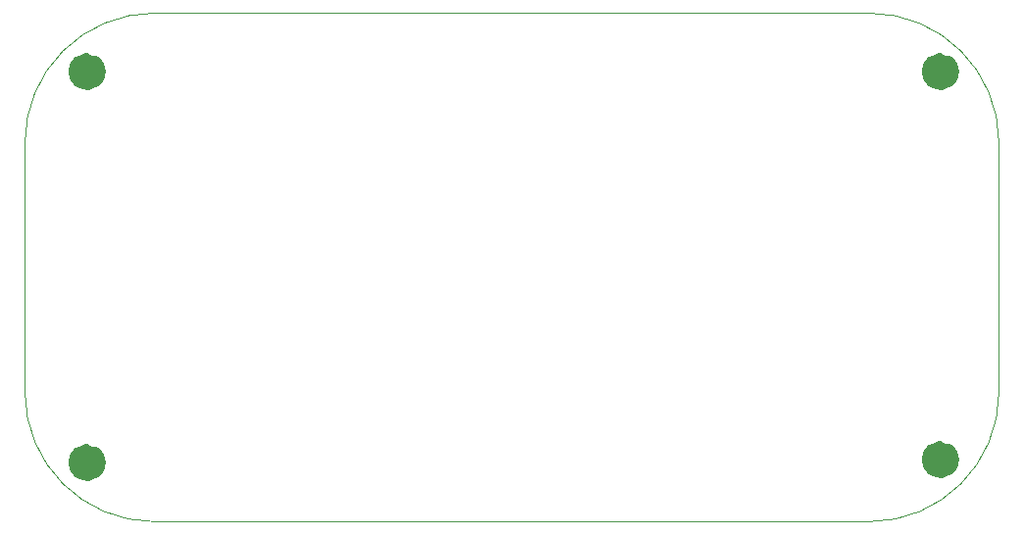
<source format=gm1>
G04 #@! TF.GenerationSoftware,KiCad,Pcbnew,7.0.8*
G04 #@! TF.CreationDate,2024-04-12T14:18:42-07:00*
G04 #@! TF.ProjectId,2-channel-EEG,322d6368-616e-46e6-956c-2d4545472e6b,rev?*
G04 #@! TF.SameCoordinates,Original*
G04 #@! TF.FileFunction,Profile,NP*
%FSLAX46Y46*%
G04 Gerber Fmt 4.6, Leading zero omitted, Abs format (unit mm)*
G04 Created by KiCad (PCBNEW 7.0.8) date 2024-04-12 14:18:42*
%MOMM*%
%LPD*%
G01*
G04 APERTURE LIST*
G04 #@! TA.AperFunction,Profile*
%ADD10C,0.100000*%
G04 #@! TD*
G04 #@! TA.AperFunction,Profile*
%ADD11C,1.625000*%
G04 #@! TD*
G04 APERTURE END LIST*
D10*
X134088546Y-80291454D02*
X195802546Y-80291454D01*
X195802546Y-124233454D02*
X134088546Y-124233454D01*
X206982546Y-91471454D02*
X206982546Y-113053454D01*
D11*
X202742500Y-85344000D02*
G75*
G03*
X202742500Y-85344000I-812500J0D01*
G01*
D10*
X206982565Y-91471454D02*
G75*
G03*
X195802546Y-80291435I-11180065J-46D01*
G01*
X122908546Y-113053454D02*
X122908546Y-91471454D01*
X134088546Y-80291446D02*
G75*
G03*
X122908546Y-91471454I4J-11180004D01*
G01*
X195802546Y-124233446D02*
G75*
G03*
X206982546Y-113053454I4J11179996D01*
G01*
D11*
X129082500Y-119126000D02*
G75*
G03*
X129082500Y-119126000I-812500J0D01*
G01*
X202742500Y-118872000D02*
G75*
G03*
X202742500Y-118872000I-812500J0D01*
G01*
D10*
X122908546Y-113053454D02*
G75*
G03*
X134088546Y-124233454I11180004J4D01*
G01*
D11*
X129082500Y-85344000D02*
G75*
G03*
X129082500Y-85344000I-812500J0D01*
G01*
M02*

</source>
